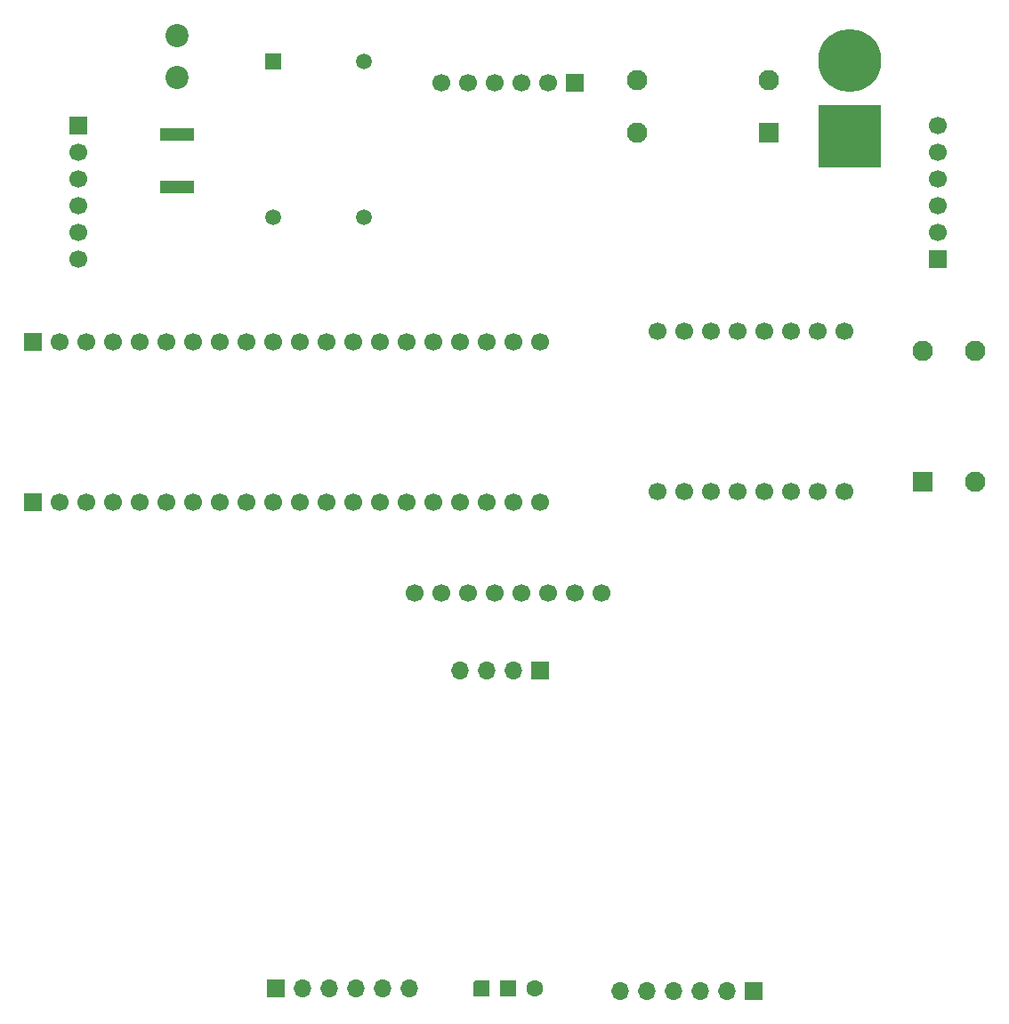
<source format=gbr>
%TF.GenerationSoftware,KiCad,Pcbnew,9.0.0*%
%TF.CreationDate,2025-04-20T11:33:30+05:30*%
%TF.ProjectId,micromouse,6d696372-6f6d-46f7-9573-652e6b696361,rev?*%
%TF.SameCoordinates,Original*%
%TF.FileFunction,Soldermask,Bot*%
%TF.FilePolarity,Negative*%
%FSLAX46Y46*%
G04 Gerber Fmt 4.6, Leading zero omitted, Abs format (unit mm)*
G04 Created by KiCad (PCBNEW 9.0.0) date 2025-04-20 11:33:30*
%MOMM*%
%LPD*%
G01*
G04 APERTURE LIST*
G04 Aperture macros list*
%AMOutline5P*
0 Free polygon, 5 corners , with rotation*
0 The origin of the aperture is its center*
0 number of corners: always 5*
0 $1 to $10 corner X, Y*
0 $11 Rotation angle, in degrees counterclockwise*
0 create outline with 5 corners*
4,1,5,$1,$2,$3,$4,$5,$6,$7,$8,$9,$10,$1,$2,$11*%
%AMOutline6P*
0 Free polygon, 6 corners , with rotation*
0 The origin of the aperture is its center*
0 number of corners: always 6*
0 $1 to $12 corner X, Y*
0 $13 Rotation angle, in degrees counterclockwise*
0 create outline with 6 corners*
4,1,6,$1,$2,$3,$4,$5,$6,$7,$8,$9,$10,$11,$12,$1,$2,$13*%
%AMOutline7P*
0 Free polygon, 7 corners , with rotation*
0 The origin of the aperture is its center*
0 number of corners: always 7*
0 $1 to $14 corner X, Y*
0 $15 Rotation angle, in degrees counterclockwise*
0 create outline with 7 corners*
4,1,7,$1,$2,$3,$4,$5,$6,$7,$8,$9,$10,$11,$12,$13,$14,$1,$2,$15*%
%AMOutline8P*
0 Free polygon, 8 corners , with rotation*
0 The origin of the aperture is its center*
0 number of corners: always 8*
0 $1 to $16 corner X, Y*
0 $17 Rotation angle, in degrees counterclockwise*
0 create outline with 8 corners*
4,1,8,$1,$2,$3,$4,$5,$6,$7,$8,$9,$10,$11,$12,$13,$14,$15,$16,$1,$2,$17*%
G04 Aperture macros list end*
%ADD10R,1.950000X1.950000*%
%ADD11C,1.950000*%
%ADD12C,6.000000*%
%ADD13R,6.000000X6.000000*%
%ADD14Outline5P,-0.800000X0.480000X-0.480000X0.800000X0.800000X0.800000X0.800000X-0.800000X-0.800000X-0.800000X0.000000*%
%ADD15R,1.500000X1.500000*%
%ADD16C,1.600000*%
%ADD17R,1.700000X1.700000*%
%ADD18O,1.700000X1.700000*%
%ADD19C,1.700000*%
%ADD20C,2.200000*%
%ADD21R,3.200000X1.200000*%
%ADD22R,1.498000X1.498000*%
%ADD23C,1.498000*%
G04 APERTURE END LIST*
D10*
%TO.C,SW2*%
X158904000Y-35774000D03*
D11*
X158904000Y-30774000D03*
X146404000Y-35774000D03*
X146404000Y-30774000D03*
%TD*%
D12*
%TO.C,J1*%
X166624000Y-28868000D03*
D13*
X166624000Y-36068000D03*
%TD*%
D14*
%TO.C,SW3*%
X131572000Y-117094000D03*
D15*
X134112000Y-117094000D03*
D16*
X136652000Y-117094000D03*
%TD*%
D17*
%TO.C,U3*%
X157480000Y-117348000D03*
D18*
X154940000Y-117348000D03*
X152400000Y-117348000D03*
X149860000Y-117348000D03*
X147320000Y-117348000D03*
X144780000Y-117348000D03*
%TD*%
D17*
%TO.C,U2*%
X88900000Y-70866000D03*
D19*
X91440000Y-70866000D03*
X93980000Y-70866000D03*
X96520000Y-70866000D03*
X99060000Y-70866000D03*
X101600000Y-70866000D03*
X104140000Y-70866000D03*
X106680000Y-70866000D03*
X109220000Y-70866000D03*
X111760000Y-70866000D03*
X114300000Y-70866000D03*
X116840000Y-70866000D03*
X119380000Y-70866000D03*
X121920000Y-70866000D03*
X124460000Y-70866000D03*
X127000000Y-70866000D03*
X129540000Y-70866000D03*
X132080000Y-70866000D03*
X134620000Y-70866000D03*
X137160000Y-70866000D03*
X137160000Y-55626000D03*
X134620000Y-55626000D03*
X132080000Y-55626000D03*
X129540000Y-55626000D03*
X127000000Y-55626000D03*
X124460000Y-55626000D03*
X121920000Y-55626000D03*
X119380000Y-55626000D03*
X116840000Y-55626000D03*
X114300000Y-55626000D03*
X111760000Y-55626000D03*
X109220000Y-55626000D03*
X106680000Y-55626000D03*
X104140000Y-55626000D03*
X101600000Y-55626000D03*
X99060000Y-55626000D03*
X96520000Y-55626000D03*
X93980000Y-55626000D03*
X91440000Y-55626000D03*
D17*
X88900000Y-55626000D03*
%TD*%
D10*
%TO.C,SW4*%
X173522000Y-68988000D03*
D11*
X178522000Y-68988000D03*
X173522000Y-56488000D03*
X178522000Y-56488000D03*
%TD*%
D19*
%TO.C,U5*%
X166116000Y-54610000D03*
X163576000Y-54610000D03*
X161036000Y-54610000D03*
X158496000Y-54610000D03*
X155956000Y-54610000D03*
X153416000Y-54610000D03*
X150876000Y-54610000D03*
X148336000Y-54610000D03*
X148336000Y-69850000D03*
X150876000Y-69850000D03*
X153416000Y-69850000D03*
X155956000Y-69850000D03*
X158496000Y-69850000D03*
X161036000Y-69850000D03*
X163576000Y-69850000D03*
X166116000Y-69850000D03*
%TD*%
D17*
%TO.C,U4*%
X112014000Y-117094000D03*
D18*
X114554000Y-117094000D03*
X117094000Y-117094000D03*
X119634000Y-117094000D03*
X122174000Y-117094000D03*
X124714000Y-117094000D03*
%TD*%
D17*
%TO.C,U10*%
X137160000Y-86868000D03*
D18*
X134620000Y-86868000D03*
X132080000Y-86868000D03*
X129540000Y-86868000D03*
%TD*%
D20*
%TO.C,SW1*%
X102616000Y-30524000D03*
X102616000Y-26524000D03*
D21*
X102616000Y-35894000D03*
X102616000Y-40894000D03*
%TD*%
D22*
%TO.C,U1*%
X111760000Y-28956000D03*
D23*
X111760000Y-43815000D03*
X120396000Y-28956000D03*
X120396000Y-43815000D03*
%TD*%
D19*
%TO.C,ACC1*%
X143002000Y-79502000D03*
X140462000Y-79502000D03*
X137922000Y-79502000D03*
X135382000Y-79502000D03*
X132842000Y-79502000D03*
X130302000Y-79502000D03*
X127762000Y-79502000D03*
X125222000Y-79502000D03*
%TD*%
%TO.C,U8*%
X93218000Y-47756000D03*
X93218000Y-45216000D03*
X93218000Y-42676000D03*
X93218000Y-40136000D03*
X93218000Y-37596000D03*
D17*
X93218000Y-35056000D03*
%TD*%
D19*
%TO.C,U6*%
X175006000Y-35056000D03*
X175006000Y-37596000D03*
X175006000Y-40136000D03*
X175006000Y-42676000D03*
X175006000Y-45216000D03*
D17*
X175006000Y-47756000D03*
%TD*%
D19*
%TO.C,U7*%
X127766000Y-30988000D03*
X130306000Y-30988000D03*
X132846000Y-30988000D03*
X135386000Y-30988000D03*
X137926000Y-30988000D03*
D17*
X140466000Y-30988000D03*
%TD*%
M02*

</source>
